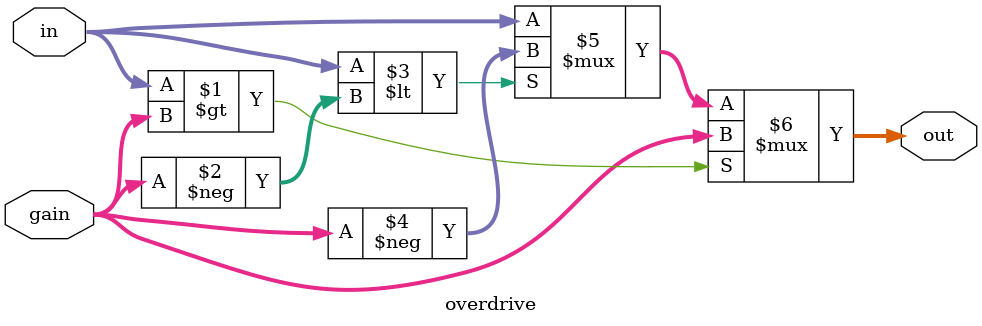
<source format=v>
module overdrive #(
	parameter BITSIZE = 16,
)(	
    input wire signed [BITSIZE-1:0] gain,

    input wire signed [BITSIZE-1:0] in,
	output reg signed [BITSIZE-1:0] out,
);

assign out = (in > gain) ? gain : 
             (in < -gain) ? -gain : in ;

endmodule
</source>
